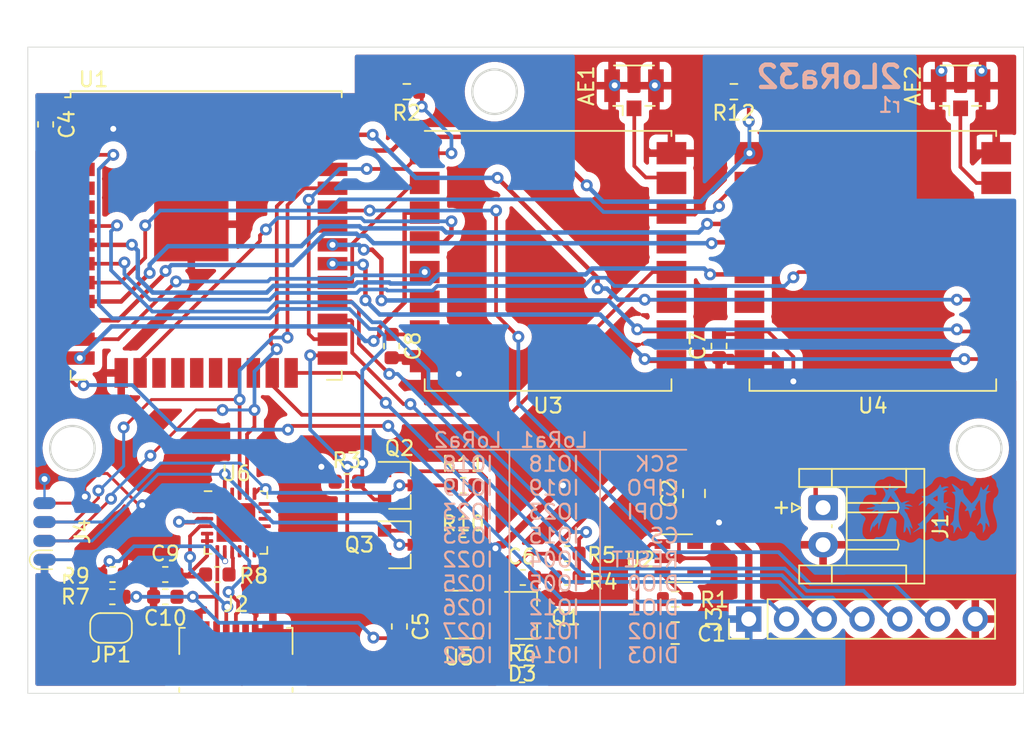
<source format=kicad_pcb>
(kicad_pcb (version 20211014) (generator pcbnew)

  (general
    (thickness 1.6)
  )

  (paper "A4")
  (layers
    (0 "F.Cu" signal)
    (31 "B.Cu" signal)
    (32 "B.Adhes" user "B.Adhesive")
    (33 "F.Adhes" user "F.Adhesive")
    (34 "B.Paste" user)
    (35 "F.Paste" user)
    (36 "B.SilkS" user "B.Silkscreen")
    (37 "F.SilkS" user "F.Silkscreen")
    (38 "B.Mask" user)
    (39 "F.Mask" user)
    (40 "Dwgs.User" user "User.Drawings")
    (41 "Cmts.User" user "User.Comments")
    (42 "Eco1.User" user "User.Eco1")
    (43 "Eco2.User" user "User.Eco2")
    (44 "Edge.Cuts" user)
    (45 "Margin" user)
    (46 "B.CrtYd" user "B.Courtyard")
    (47 "F.CrtYd" user "F.Courtyard")
    (48 "B.Fab" user)
    (49 "F.Fab" user)
  )

  (setup
    (stackup
      (layer "F.SilkS" (type "Top Silk Screen"))
      (layer "F.Paste" (type "Top Solder Paste"))
      (layer "F.Mask" (type "Top Solder Mask") (thickness 0.01))
      (layer "F.Cu" (type "copper") (thickness 0.035))
      (layer "dielectric 1" (type "core") (thickness 1.51) (material "FR4") (epsilon_r 4.5) (loss_tangent 0.02))
      (layer "B.Cu" (type "copper") (thickness 0.035))
      (layer "B.Mask" (type "Bottom Solder Mask") (thickness 0.01))
      (layer "B.Paste" (type "Bottom Solder Paste"))
      (layer "B.SilkS" (type "Bottom Silk Screen"))
      (copper_finish "None")
      (dielectric_constraints no)
    )
    (pad_to_mask_clearance 0.051)
    (solder_mask_min_width 0.25)
    (pcbplotparams
      (layerselection 0x00010fc_ffffffff)
      (disableapertmacros false)
      (usegerberextensions false)
      (usegerberattributes false)
      (usegerberadvancedattributes false)
      (creategerberjobfile false)
      (svguseinch false)
      (svgprecision 6)
      (excludeedgelayer true)
      (plotframeref false)
      (viasonmask false)
      (mode 1)
      (useauxorigin false)
      (hpglpennumber 1)
      (hpglpenspeed 20)
      (hpglpendiameter 15.000000)
      (dxfpolygonmode true)
      (dxfimperialunits true)
      (dxfusepcbnewfont true)
      (psnegative false)
      (psa4output false)
      (plotreference true)
      (plotvalue true)
      (plotinvisibletext false)
      (sketchpadsonfab false)
      (subtractmaskfromsilk false)
      (outputformat 1)
      (mirror false)
      (drillshape 1)
      (scaleselection 1)
      (outputdirectory "")
    )
  )

  (net 0 "")
  (net 1 "GND")
  (net 2 "Net-(AE1-Pad1)")
  (net 3 "Net-(AE2-Pad1)")
  (net 4 "VBUS")
  (net 5 "+3V3")
  (net 6 "VIN")
  (net 7 "VBAT")
  (net 8 "Net-(C9-Pad1)")
  (net 9 "Net-(J2-Pad3)")
  (net 10 "Net-(J2-Pad2)")
  (net 11 "Net-(JP1-Pad2)")
  (net 12 "RTS")
  (net 13 "EN")
  (net 14 "Net-(Q2-Pad1)")
  (net 15 "IO0")
  (net 16 "DTR")
  (net 17 "Net-(Q3-Pad1)")
  (net 18 "Net-(R4-Pad2)")
  (net 19 "Net-(R8-Pad1)")
  (net 20 "LORSCK")
  (net 21 "TX")
  (net 22 "RX")
  (net 23 "Net-(U1-Pad29)")
  (net 24 "Net-(U1-Pad23)")
  (net 25 "Net-(U1-Pad16)")
  (net 26 "Net-(U1-Pad13)")
  (net 27 "Net-(U1-Pad12)")
  (net 28 "Net-(U1-Pad10)")
  (net 29 "Net-(U1-Pad9)")
  (net 30 "Net-(U1-Pad8)")
  (net 31 "unconnected-(J2-Pad4)")
  (net 32 "Net-(R1-Pad1)")
  (net 33 "unconnected-(U1-Pad32)")
  (net 34 "unconnected-(U1-Pad22)")
  (net 35 "unconnected-(U1-Pad21)")
  (net 36 "unconnected-(U1-Pad20)")
  (net 37 "unconnected-(U1-Pad19)")
  (net 38 "unconnected-(U1-Pad18)")
  (net 39 "unconnected-(U1-Pad17)")
  (net 40 "Net-(U1-Pad14)")
  (net 41 "Net-(U1-Pad11)")
  (net 42 "SPARE04")
  (net 43 "unconnected-(U1-Pad5)")
  (net 44 "unconnected-(U1-Pad4)")
  (net 45 "unconnected-(U2-Pad4)")
  (net 46 "unconnected-(U3-Pad13)")
  (net 47 "unconnected-(U3-Pad6)")
  (net 48 "unconnected-(U4-Pad13)")
  (net 49 "unconnected-(U4-Pad6)")
  (net 50 "unconnected-(U6-Pad24)")
  (net 51 "unconnected-(U6-Pad22)")
  (net 52 "unconnected-(U6-Pad18)")
  (net 53 "unconnected-(U6-Pad17)")
  (net 54 "unconnected-(U6-Pad16)")
  (net 55 "unconnected-(U6-Pad15)")
  (net 56 "unconnected-(U6-Pad14)")
  (net 57 "unconnected-(U6-Pad13)")
  (net 58 "unconnected-(U6-Pad12)")
  (net 59 "unconnected-(U6-Pad11)")
  (net 60 "unconnected-(U6-Pad10)")
  (net 61 "unconnected-(U6-Pad1)")
  (net 62 "LORCOPI")
  (net 63 "LORCIPO")
  (net 64 "SPARE03")
  (net 65 "SPARE02")
  (net 66 "SPARE01")
  (net 67 "SPARE00")
  (net 68 "Net-(R2-Pad1)")
  (net 69 "Net-(R12-Pad1)")

  (footprint "RF_Module:ESP32-WROOM-32U" (layer "F.Cu") (at 178 96.675001))

  (footprint "Connector_Coaxial:U.FL_Hirose_U.FL-R-SMT-1_Vertical" (layer "F.Cu") (at 228.75 87.07 90))

  (footprint "Capacitor_SMD:C_0603_1608Metric" (layer "F.Cu") (at 167.2 89.2 -90))

  (footprint "Capacitor_SMD:C_0603_1608Metric" (layer "F.Cu") (at 191 123 -90))

  (footprint "Capacitor_SMD:C_0603_1608Metric" (layer "F.Cu") (at 199.3 119.7 180))

  (footprint "Capacitor_SMD:C_0603_1608Metric" (layer "F.Cu") (at 190.475 104.125 -90))

  (footprint "Capacitor_SMD:C_0603_1608Metric" (layer "F.Cu") (at 175.25 119.5 180))

  (footprint "Capacitor_SMD:C_0603_1608Metric" (layer "F.Cu") (at 199.25 124.75 180))

  (footprint "Connector_JST:JST_EH_S2B-EH_1x02_P2.50mm_Horizontal" (layer "F.Cu") (at 219.5 115 -90))

  (footprint "Package_TO_SOT_SMD:SOT-23" (layer "F.Cu") (at 191 113.5))

  (footprint "Package_TO_SOT_SMD:SOT-23" (layer "F.Cu") (at 191 117.5))

  (footprint "Resistor_SMD:R_0603_1608Metric" (layer "F.Cu") (at 187.4625 113.25))

  (footprint "Resistor_SMD:R_0603_1608Metric" (layer "F.Cu") (at 202.3 119.7))

  (footprint "Resistor_SMD:R_0603_1608Metric" (layer "F.Cu") (at 202.3 118.1 180))

  (footprint "Resistor_SMD:R_0603_1608Metric" (layer "F.Cu") (at 199.25 126.25))

  (footprint "Resistor_SMD:R_0603_1608Metric" (layer "F.Cu") (at 171.6875 121))

  (footprint "Resistor_SMD:R_0603_1608Metric" (layer "F.Cu") (at 178.75 119.5 180))

  (footprint "Resistor_SMD:R_0603_1608Metric" (layer "F.Cu") (at 171.7 119.5 180))

  (footprint "Resistor_SMD:R_0603_1608Metric" (layer "F.Cu") (at 195.2875 117.5))

  (footprint "Resistor_SMD:R_0603_1608Metric" (layer "F.Cu") (at 195.2875 113.5))

  (footprint "loranet2:DRF1276G" (layer "F.Cu") (at 201 98.140001))

  (footprint "loranet2:DRF1276G" (layer "F.Cu") (at 222.844999 98.140001))

  (footprint "Package_DFN_QFN:QFN-24-1EP_4x4mm_P0.5mm_EP2.6x2.6mm" (layer "F.Cu") (at 180 116))

  (footprint "Connector_USB:USB_Micro-B_Molex_47346-0001" (layer "F.Cu") (at 180 124.8))

  (footprint "Capacitor_SMD:C_0603_1608Metric" (layer "F.Cu") (at 212.5 104.1125 90))

  (footprint "Package_TO_SOT_SMD:SOT-23" (layer "F.Cu") (at 199.5 122.25))

  (footprint "Package_TO_SOT_SMD:SOT-23-5" (layer "F.Cu") (at 195 122.2 180))

  (footprint "Connector_Coaxial:U.FL_Hirose_U.FL-R-SMT-1_Vertical" (layer "F.Cu") (at 206.78 87.07 90))

  (footprint "Capacitor_SMD:C_0805_2012Metric" (layer "F.Cu") (at 209.55 123.444))

  (footprint "Capacitor_SMD:C_0805_2012Metric" (layer "F.Cu") (at 210.82 114.046 90))

  (footprint "Resistor_SMD:R_0603_1608Metric" (layer "F.Cu") (at 209.55 121.158 180))

  (footprint "Package_TO_SOT_SMD:SOT-23-5" (layer "F.Cu") (at 209.795001 118.405001))

  (footprint "Capacitor_SMD:C_0603_1608Metric" (layer "F.Cu") (at 175.25 121 180))

  (footprint "Jumper:SolderJumper-2_P1.3mm_Bridged_RoundedPad1.0x1.5mm" (layer "F.Cu") (at 171.6 123.1 180))

  (footprint "Resistor_SMD:R_0603_1608Metric" (layer "F.Cu") (at 213.5 87 180))

  (footprint "Resistor_SMD:R_0603_1608Metric" (layer "F.Cu") (at 191.5 87 180))

  (footprint "Connector_PinHeader_2.54mm:PinHeader_1x07_P2.54mm_Vertical" (layer "F.Cu") (at 214.5 122.5 90))

  (footprint "loranet2:SOIC_clipProgSmall" (layer "F.Cu") (at 166.376 116.602 -90))

  (footprint "loranet2:MRA-2021_10x6mm" (layer "B.Cu")
    (tedit 0) (tstamp 00000000-0000-0000-0000-000060d4245f)
    (at 226.6 116.45 180)
    (property "Sheetfile" "loranet2.kicad_sch")
    (property "Sheetname" "")
    (path "/00000000-0000-0000-0000-000060d48c38")
    (attr through_hole)
    (fp_text reference "H1" (at 0 0) (layer "B.SilkS") hide
      (effects (font (size 1.27 1.27) (thickness 0.15)) (justify mirror))
      (tstamp bfc0aadc-38cf-466e-a642-68fdc3138c78)
    )
    (fp_text value "MountingHole" (at 0 0) (layer "B.SilkS") hide
      (effects (font (size 1.27 1.27) (thickness 0.15)) (justify mirror))
      (tstamp 6441b183-b8f2-458f-a23d-60e2b1f66dd6)
    )
    (fp_poly (pts
        (xy -1.558313 3.04029)
        (xy -1.564778 3.012362)
        (xy -1.593564 2.958042)
        (xy -1.628618 2.897503)
        (xy -1.676306 2.815254)
        (xy -1.727994 2.726186)
        (xy -1.743926 2.69875)
        (xy -1.842272 2.529417)
        (xy -1.704303 2.523158)
        (xy -1.63412 2.517775)
        (xy -1.58444 2.509763)
        (xy -1.566333 2.501182)
        (xy -1.581318 2.480125)
        (xy -1.620043 2.442047)
        (xy -1.659259 2.407789)
        (xy -1.720942 2.348345)
        (xy -1.757562 2.287767)
        (xy -1.778809 2.219127)
        (xy -1.790032 2.139902)
        (xy -1.795319 2.026606)
        (xy -1.794991 1.887038)
        (xy -1.789365 1.728996)
        (xy -1.77876 1.560279)
        (xy -1.763493 1.388684)
        (xy -1.743884 1.22201)
        (xy -1.735742 1.164167)
        (xy -1.719827 1.049489)
        (xy -1.706621 0.941121)
        (xy -1.697386 0.850389)
        (xy -1.693384 0.788622)
        (xy -1.693313 0.783167)
        (xy -1.679638 0.647461)
        (xy -1.635987 0.533109)
        (xy -1.557401 0.427311)
        (xy -1.553983 0.423635)
        (xy -1.497644 0.361601)
        (xy -1.469219 0.323597)
        (xy -1.466483 0.303927)
        (xy -1.487208 0.296894)
        (xy -1.504225 0.296334)
        (xy -1.581972 0.27694)
        (xy -1.641488 0.220331)
        (xy -1.663375 0.178893)
        (xy -1.682831 0.102771)
        (xy -1.69196 0.003496)
        (xy -1.690281 -0.100914)
        (xy -1.677316 -0.192441)
        (xy -1.673644 -0.206514)
        (xy -1.665232 -0.257309)
        (xy -1.676334 -0.274625)
        (xy -1.704224 -0.255423)
        (xy -1.710785 -0.247892)
        (xy -1.730087 -0.216083)
        (xy -1.760114 -0.157333)
        (xy -1.794811 -0.083567)
        (xy -1.799452 -0.073267)
        (xy -1.848749 0.025689)
        (xy -1.897289 0.103347)
        (xy -1.940536 0.153314)
        (xy -1.971698 0.169334)
        (xy -1.991985 0.153722)
        (xy -2.030372 0.112499)
        (xy -2.07978 0.054088)
        (xy -2.133129 -0.013092)
        (xy -2.183341 -0.080618)
        (xy -2.191414 -0.092038)
        (xy -2.219916 -0.125966)
        (xy -2.231189 -0.122224)
        (xy -2.225405 -0.081734)
        (xy -2.202736 -0.005417)
        (xy -2.163352 0.105803)
        (xy -2.146302 0.151096)
        (xy -2.092618 0.305003)
        (xy -2.053991 0.449979)
        (xy -2.028962 0.596714)
        (xy -2.016071 0.755899)
        (xy -2.013858 0.938224)
        (xy -2.018067 1.090084)
        (xy -2.027363 1.246172)
        (xy -2.043486 1.380888)
        (xy -2.069454 1.515022)
        (xy -2.094718 1.618215)
        (xy -2.120635 1.715801)
        (xy -2.143401 1.797561)
        (xy -2.160648 1.855263)
        (xy -2.17001 1.880674)
        (xy -2.170278 1.881)
        (xy -2.194075 1.877282)
        (xy -2.237493 1.846884)
        (xy -2.294202 1.796576)
        (xy -2.357875 1.733125)
        (xy -2.422183 1.663301)
        (xy -2.480799 1.593873)
        (xy -2.527395 1.531609)
        (xy -2.555641 1.483278)
        (xy -2.561167 1.462893)
        (xy -2.549776 1.42417)
        (xy -2.520662 1.367321)
        (xy -2.498052 1.331394)
        (xy -2.462524 1.276498)
        (xy -2.439455 1.236133)
        (xy -2.434552 1.223516)
        (xy -2.452511 1.220774)
        (xy -2.499163 1.229318)
        (xy -2.542632 1.240993)
        (xy -2.606181 1.256004)
        (xy -2.652881 1.259959)
        (xy -2.667672 1.255727)
        (xy -2.679395 1.229386)
        (xy -2.698868 1.170848)
        (xy -2.723327 1.08892)
        (xy -2.748596 0.997708)
        (xy -2.774584 0.90273)
        (xy -2.797304 0.823689)
        (xy -2.814254 0.769031)
        (xy -2.82279 0.747321)
        (xy -2.831657 0.760755)
        (xy -2.844799 0.805596)
        (xy -2.857041 0.860864)
        (xy -2.892058 1.011047)
        (xy -2.931665 1.124)
        (xy -2.97887 1.204798)
        (xy -3.036678 1.258515)
        (xy -3.108096 1.290224)
        (xy -3.112073 1.291321)
        (xy -3.172218 1.312414)
        (xy -3.192545 1.336524)
        (xy -3.175421 1.370209)
        (xy -3.149909 1.396114)
        (xy -3.103651 1.43921)
        (xy -3.195242 1.619847)
        (xy -3.245648 1.711891)
        (xy -3.300634 1.800699)
        (xy -3.350762 1.871352)
        (xy -3.365826 1.889497)
        (xy -3.444818 1.97851)
        (xy -3.457715 1.872964)
        (xy -3.464957 1.803329)
        (xy -3.47401 1.700469)
        (xy -3.484196 1.573416)
        (xy -3.494839 1.431205)
        (xy -3.505261 1.28287)
        (xy -3.514785 1.137445)
        (xy -3.522333 1.011101)
        (xy -3.526449 0.919505)
        (xy -3.524771 0.856223)
        (xy -3.514861 0.807369)
        (xy -3.494285 0.759057)
        (xy -3.470356 0.714767)
        (xy -3.417075 0.616539)
        (xy -3.365587 0.5164)
        (xy -3.319319 0.421658)
        (xy -3.2817 0.33962)
        (xy -3.256158 0.277593)
        (xy -3.246119 0.242885)
        (xy -3.246938 0.238507)
        (xy -3.267079 0.245759)
        (xy -3.308609 0.276244)
        (xy -3.362761 0.323483)
        (xy -3.365896 0.326406)
        (xy -3.422794 0.375238)
        (xy -3.470226 0.408081)
        (xy -3.49814 0.418001)
        (xy -3.498514 0.417891)
        (xy -3.524666 0.396752)
        (xy -3.563257 0.352039)
        (xy -3.58775 0.319082)
        (xy -3.615204 0.278151)
        (xy -3.633306 0.241843)
        (xy -3.64397 0.200053)
        (xy -3.649111 0.142679)
        (xy -3.650643 0.059619)
        (xy -3.650612 -0.012619)
        (xy -3.650696 -0.108022)
        (xy -3.651405 -0.185627)
        (xy -3.652618 -0.237042)
        (xy -3.654082 -0.254)
        (xy -3.665652 -0.237019)
        (xy -3.692636 -0.192002)
        (xy -3.72974 -0.127832)
        (xy -3.739246 -0.111125)
        (xy -3.777599 -0.041334)
        (xy -3.801336 0.012712)
        (xy -3.81384 0.065435)
        (xy -3.818491 0.131259)
        (xy -3.818672 0.224605)
        (xy -3.818647 0.227542)
        (xy -3.819537 0.326598)
        (xy -3.824656 0.388572)
        (xy -3.834654 0.418564)
        (xy -3.843597 0.423334)
        (xy -3.87619 0.406636)
        (xy -3.920183 0.364023)
        (xy -3.966654 0.306714)
        (xy -4.006678 0.24593)
        (xy -4.031332 0.192891)
        (xy -4.033576 0.184466)
        (xy -4.044932 0.143133)
        (xy -4.056289 0.138918)
        (xy -4.069236 0.158274)
        (xy -4.083845 0.220057)
        (xy -4.079168 0.315424)
        (xy -4.055891 0.440634)
        (xy -4.014696 0.591944)
        (xy -3.960246 0.75463)
        (xy -3.919647 0.872097)
        (xy -3.882579 0.988328)
        (xy -3.852618 1.091489)
        (xy -3.833338 1.169746)
        (xy -3.830722 1.183365)
        (xy -3.813282 1.322433)
        (xy -3.805796 1.47418)
        (xy -3.808106 1.624682)
        (xy -3.820056 1.760015)
        (xy -3.83832 1.855139)
        (xy -3.855999 1.943748)
        (xy -3.86863 2.051431)
        (xy -3.8735 2.154995)
        (xy -3.8735 2.155745)
        (xy -3.874304 2.241117)
        (xy -3.879285 2.296604)
        (xy -3.892301 2.334653)
        (xy -3.917206 2.367709)
        (xy -3.949077 2.399695)
        (xy -4.012713 2.453521)
        (xy -4.081429 2.500272)
        (xy -4.102535 2.511839)
        (xy -4.180417 2.550584)
        (xy -3.878521 2.56292)
        (xy -3.939233 2.675013)
        (xy -3.979083 2.754204)
        (xy -4.014264 2.834076)
        (xy -4.041037 2.904828)
        (xy -4.055666 2.956658)
        (xy -4.055238 2.979152)
        (xy -4.025218 2.983607)
        (xy -3.985399 2.961784)
        (xy -3.94931 2.92273)
        (xy -3.937146 2.900185)
        (xy -3.910751 2.856968)
        (xy -3.86607 2.80258)
        (xy -3.811425 2.745067)
        (xy -3.75514 2.692474)
        (xy -3.705535 2.652847)
        (xy -3.670936 2.634231)
        (xy -3.662596 2.634779)
        (xy -3.64168 2.65904)
        (xy -3.609153 2.708367)
        (xy -3.583254 2.752404)
        (xy -3.549124 2.809399)
        (xy -3.522214 2.84756)
        (xy -3.51108 2.857479)
        (xy -3.500083 2.838757)
        (xy -3.487927 2.791615)
        (xy -3.483621 2.767542)
        (xy -3.464942 2.682506)
        (xy -3.433917 2.574891)
        (xy -3.39487 2.45693)
        (xy -3.352122 2.340855)
        (xy -3.309997 2.238899)
        (xy -3.272815 2.163296)
        (xy -3.266184 2.152144)
        (xy -3.224868 2.092707)
        (xy -3.168854 2.021227)
        (xy -3.104656 1.944951)
        (xy -3.038789 1.871125)
        (xy -2.977765 1.806992)
        (xy -2.9281 1.7598)
        (xy -2.896309 1.736793)
        (xy -2.891739 1.735667)
        (xy -2.862294 1.751288)
        (xy -2.82575 1.789348)
        (xy -2.822315 1.793875)
        (xy -2.791733 1.832402)
        (xy -2.740403 1.894214)
        (xy -2.675497 1.970775)
        (xy -2.604515 2.053167)
        (xy -2.501453 2.175808)
        (xy -2.425615 2.277156)
        (xy -2.373197 2.364716)
        (xy -2.340393 2.445993)
        (xy -2.323401 2.528494)
        (xy -2.318421 2.617576)
        (xy -2.317311 2.699049)
        (xy -2.310384 2.741208)
        (xy -2.290895 2.747027)
        (xy -2.252095 2.719478)
        (xy -2.19755 2.670835)
        (xy -2.140849 2.619636)
        (xy -2.037589 2.722693)
        (xy -1.976359 2.778441)
        (xy -1.899475 2.840732)
        (xy -1.815208 2.903771)
        (xy -1.73183 2.961765)
        (xy -1.657614 3.008921)
        (xy -1.60083 3.039445)
        (xy -1.573125 3.048)
        (xy -1.558313 3.04029)
      ) (layer "B.Cu") (width 0.01) (fill solid) (tstamp 08a7c925-7fae-4530-b0c9-120e185cb318))
    (fp_poly (pts
        (xy 2.617647 3.023614)
        (xy 2.631609 2.974592)
        (xy 2.635504 2.950012)
        (xy 2.658609 2.813046)
        (xy 2.686259 2.716405)
        (xy 2.72114 2.658121)
        (xy 2.765939 2.636228)
        (xy 2.823344 2.648757)
        (xy 2.89604 2.693741)
        (xy 2.938965 2.727791)
        (xy 3.022266 2.794403)
        (xy 3.07655 2.830305)
        (xy 3.102496 2.834958)
        (xy 3.100781 2.807823)
        (xy 3.072083 2.748363)
        (xy 3.021121 2.662532)
        (xy 2.950978 2.540619)
        (xy 2.90925 2.440602)
        (xy 2.895749 2.353171)
        (xy 2.910284 2.269014)
        (xy 2.952665 2.178822)
        (xy 3.009487 2.091811)
        (xy 3.065145 2.003871)
        (xy 3.117459 1.906062)
        (xy 3.152408 1.826278)
        (xy 3.181697 1.754696)
        (xy 3.210285 1.697935)
        (xy 3.230163 1.670302)
        (xy 3.25302 1.662369)
        (xy 3.294815 1.664938)
        (xy 3.361716 1.67912)
        (xy 3.459889 1.706022)
        (xy 3.508285 1.720291)
        (xy 3.64563 1.760748)
        (xy 3.747453 1.789175)
        (xy 3.818512 1.806574)
        (xy 3.863561 1.813952)
        (xy 3.887355 1.812312)
        (xy 3.894649 1.80266)
        (xy 3.894667 1.801926)
        (xy 3.877193 1.773628)
        (xy 3.830655 1.73304)
        (xy 3.763873 1.686757)
        (xy 3.68567 1.641374)
        (xy 3.667125 1.631821)
        (xy 3.614278 1.601629)
        (xy 3.581928 1.57611)
        (xy 3.577167 1.567629)
        (xy 3.596248 1.550205)
        (xy 3.646785 1.527644)
        (xy 3.718712 1.503078)
        (xy 3.801967 1.479639)
        (xy 3.886486 1.460456)
        (xy 3.958167 1.449095)
        (xy 4.050039 1.433957)
        (xy 4.120805 1.41265)
        (xy 4.162332 1.388103)
        (xy 4.169833 1.372854)
        (xy 4.149942 1.366289)
        (xy 4.095365 1.360018)
        (xy 4.01375 1.354643)
        (xy 3.912745 1.350766)
        (xy 3.879186 1.349973)
        (xy 3.588539 1.344084)
        (xy 3.696208 1.27505)
        (xy 3.771702 1.22261)
        (xy 3.830342 1.174132)
        (xy 3.865739 1.135553)
        (xy 3.871506 1.112809)
        (xy 3.87117 1.112448)
        (xy 3.849541 1.117227)
        (xy 3.799393 1.137729)
        (xy 3.729749 1.170117)
        (xy 3.694179 1.187685)
        (xy 3.591153 1.235267)
        (xy 3.513963 1.260472)
        (xy 3.454313 1.265964)
        (xy 3.451199 1.265733)
        (xy 3.407249 1.260128)
        (xy 3.384252 1.245361)
        (xy 3.374266 1.210107)
        (xy 3.369728 1.149533)
        (xy 3.370818 1.076893)
        (xy 3.385591 1.008653)
        (xy 3.417865 0.937009)
        (xy 3.471461 0.854156)
        (xy 3.550196 0.752291)
        (xy 3.584584 0.71048)
        (xy 3.728586 0.520118)
        (xy 3.833796 0.341363)
        (xy 3.901344 0.171747)
        (xy 3.932364 0.008802)
        (xy 3.934806 -0.052916)
        (xy 3.934374 -0.201083)
        (xy 3.893315 -0.116416)
        (xy 3.863492 -0.053673)
        (xy 3.824644 0.029704)
        (xy 3.785138 0.115751)
        (xy 3.784835 0.116417)
        (xy 3.717412 0.264584)
        (xy 3.704842 0.179917)
        (xy 3.696165 0.128825)
        (xy 3.688664 0.115505)
        (xy 3.678339 0.135717)
        (xy 3.674185 0.147417)
        (xy 3.65116 0.185638)
        (xy 3.605418 0.242418)
        (xy 3.565508 0.28575)
        (xy 3.683 0.28575)
        (xy 3.693583 0.275167)
        (xy 3.704167 0.28575)
        (xy 3.693583 0.296334)
        (xy 3.683 0.28575)
        (xy 3.565508 0.28575)
        (xy 3.545361 0.307623)
        (xy 3.521382 0.331672)
        (xy 3.386667 0.463761)
        (xy 3.386667 0.221297)
        (xy 3.384896 0.113278)
        (xy 3.379882 0.033824)
        (xy 3.372074 -0.011926)
        (xy 3.3655 -0.021166)
        (xy 3.349657 -0.003033)
        (xy 3.344333 0.032382)
        (xy 3.338156 0.071115)
        (xy 3.321171 0.141378)
        (xy 3.295695 0.234453)
        (xy 3.264048 0.341624)
        (xy 3.250043 0.386924)
        (xy 3.211853 0.509313)
        (xy 3.173666 0.632518)
        (xy 3.139434 0.743742)
        (xy 3.113106 0.830188)
        (xy 3.108786 0.844547)
        (xy 3.061153 0.978116)
        (xy 3.004176 1.082078)
        (xy 2.932073 1.160414)
        (xy 2.83906 1.217103)
        (xy 2.719353 1.256128)
        (xy 2.567168 1.281468)
        (xy 2.459175 1.29166)
        (xy 2.325013 1.30023)
        (xy 2.225255 1.301158)
        (xy 2.152344 1.292408)
        (xy 2.098724 1.271941)
        (xy 2.056838 1.237719)
        (xy 2.01913 1.187706)
        (xy 2.007906 1.169972)
        (xy 1.970447 1.117133)
        (xy 1.913995 1.04651)
        (xy 1.848877 0.970855)
        (xy 1.827853 0.94762)
        (xy 1.760794 0.867787)
        (xy 1.703182 0.786939)
        (xy 1.664581 0.718754)
        (xy 1.659745 0.707217)
        (xy 1.647029 0.671449)
        (xy 1.63836 0.636748)
        (xy 1.633728 0.596216)
        (xy 1.633124 0.542951)
        (xy 1.636538 0.470054)
        (xy 1.643962 0.370623)
        (xy 1.655384 0.237759)
        (xy 1.659044 0.196485)
        (xy 1.669774 0.068843)
        (xy 1.678077 -0.043958)
        (xy 1.683564 -0.135302)
        (xy 1.685845 -0.198574)
        (xy 1.684529 -0.227158)
        (xy 1.684086 -0.227969)
        (xy 1.661328 -0.224692)
        (xy 1.625216 -0.195944)
        (xy 1.585848 -0.1515)
        (xy 1.553583 -0.101642)
        (xy 1.531229 -0.038282)
        (xy 1.523711 0.014824)
        (xy 1.5186 0.079123)
        (xy 1.510303 0.123068)
        (xy 1.500947 0.148939)
        (xy 1.488036 0.149959)
        (xy 1.46461 0.122134)
        (xy 1.436483 0.080735)
        (xy 1.399728 0.018308)
        (xy 1.358698 -0.06232)
        (xy 1.318243 -0.150104)
        (xy 1.283215 -0.234001)
        (xy 1.258463 -0.302965)
        (xy 1.248838 -0.345954)
        (xy 1.248833 -0.346529)
        (xy 1.235525 -0.383834)
        (xy 1.226107 -0.392546)
        (xy 1.214819 -0.383698)
        (xy 1.209385 -0.338011)
        (xy 1.209609 -0.253253)
        (xy 1.210777 -0.219171)
        (xy 1.22218 -0.082286)
        (xy 1.245685 0.026286)
        (xy 1.264944 0.079375)
        (xy 1.289938 0.148106)
        (xy 1.292102 0.182463)
        (xy 1.270754 0.182584)
        (xy 1.225209 0.148606)
        (xy 1.171965 0.098036)
        (xy 1.124543 0.054793)
        (xy 1.09119 0.032359)
        (xy 1.0795 0.034898)
        (xy 1.087162 0.07741)
        (xy 1.108031 0.150217)
        (xy 1.138931 0.24458)
        (xy 1.176687 0.351762)
        (xy 1.218123 0.463022)
        (xy 1.260062 0.569623)
        (xy 1.29933 0.662823)
        (xy 1.33275 0.733886)
        (xy 1.335276 0.738734)
        (xy 1.373876 0.817631)
        (xy 1.402895 0.887673)
        (xy 1.417386 0.936568)
        (xy 1.418167 0.944713)
        (xy 1.431548 0.990971)
        (xy 1.464923 1.046805)
        (xy 1.477724 1.062889)
        (xy 1.561855 1.168881)
        (xy 1.612314 1.251342)
        (xy 1.629809 1.311439)
        (xy 1.629833 1.313334)
        (xy 1.627789 1.336674)
        (xy 1.615929 1.349934)
        (xy 1.585659 1.354931)
        (xy 1.528388 1.353479)
        (xy 1.4605 1.34911)
        (xy 1.382003 1.345762)
        (xy 1.32283 1.347109)
        (xy 1.292937 1.352791)
        (xy 1.291167 1.355227)
        (xy 1.308966 1.381805)
        (xy 1.354915 1.416792)
        (xy 1.417844 1.452919)
        (xy 1.48658 1.482914)
        (xy 1.488297 1.48353)
        (xy 1.546448 1.509311)
        (xy 1.588517 1.536807)
        (xy 1.593932 1.542335)
        (xy 1.59523 1.555057)
        (xy 1.570991 1.56197)
        (xy 1.517859 1.562996)
        (xy 1.432478 1.558056)
        (xy 1.311494 1.547072)
        (xy 1.17475 1.532548)
        (xy 1.068917 1.520829)
        (xy 1.179206 1.596498)
        (xy 1.237107 1.634298)
        (xy 1.284368 1.656836)
        (xy 1.335706 1.668036)
        (xy 1.405832 1.671822)
        (xy 1.462945 1.672167)
        (xy 1.547801 1.672533)
        (xy 1.596939 1.67504)
        (xy 1.616976 1.681804)
        (xy 1.614529 1.694941)
        (xy 1.597465 1.715184)
        (xy 1.531444 1.771896)
        (xy 1.530146 1.772709)
        (xy 2.201412 1.772709)
        (xy 2.22036 1.763109)
        (xy 2.268649 1.756518)
        (xy 2.301875 1.755022)
        (xy 2.368976 1.751278)
        (xy 2.46176 1.742837)
        (xy 2.564041 1.731249)
        (xy 2.6035 1.726146)
        (xy 2.715417 1.711262)
        (xy 2.79205 1.701815)
        (xy 2.840045 1.697409)
        (xy 2.866048 1.697645)
        (xy 2.876704 1.702127)
        (xy 2.878667 1.709678)
        (xy 2.866335 1.734631)
        (xy 2.83524 1.778452)
        (xy 2.818441 1.799636)
        (xy 2.777586 1.857862)
        (xy 2.730691 1.936794)
        (xy 2.692148 2.010834)
        (xy 2.65064 2.090607)
        (xy 2.607048 2.163979)
        (xy 2.573217 2.211917)
        (xy 2.520356 2.275417)
        (xy 2.519594 2.212728)
        (xy 2.510473 2.169024)
        (xy 2.480141 2.121142)
        (xy 2.42252 2.06011)
        (xy 2.404903 2.043395)
        (xy 2.336093 1.973295)
        (xy 2.275055 1.9009)
        (xy 2.228664 1.835353)
        (xy 2.203794 1.785799)
        (xy 2.201412 1.772709)
        (xy 1.530146 1.772709)
        (xy 1.440713 1.828711)
        (xy 1.341629 1.875463)
        (xy 1.335992 1.877644)
        (xy 1.300073 1.892101)
        (xy 1.290074 1.899927)
        (xy 1.310471 1.902074)
        (xy 1.365738 1.899489)
        (xy 1.421523 1.895788)
        (xy 1.542632 1.880919)
        (xy 1.638536 1.852705)
        (xy 1.683967 1.831351)
        (xy 1.745268 1.801226)
        (xy 1.79355 1.781881)
        (xy 1.81071 1.778)
        (xy 1.84631 1.795833)
        (xy 1.894505 1.84442)
        (xy 1.949482 1.916396)
        (xy 2.005425 2.004395)
        (xy 2.04127 2.070059)
        (xy 2.087962 2.157244)
        (xy 2.146574 2.260473)
        (xy 2.205992 2.360272)
        (xy 2.218114 2.379907)
        (xy 2.32268 2.547897)
        (xy 2.20129 2.626354)
        (xy 2.133205 2.674325)
        (xy 2.075945 2.721672)
        (xy 2.044741 2.754698)
        (xy 2.022408 2.790439)
        (xy 2.029276 2.805233)
        (xy 2.061754 2.811149)
        (xy 2.108232 2.80836)
        (xy 2.179009 2.79467)
        (xy 2.255109 2.774108)
        (xy 2.342083 2.751281)
        (xy 2.427206 2.735496)
        (xy 2.484021 2.730503)
        (xy 2.57175 2.730506)
        (xy 2.573296 2.868574)
        (xy 2.578051 2.95397)
        (xy 2.588564 3.010287)
        (xy 2.602531 3.034507)
        (xy 2.617647 3.023614)
      ) (layer "B.Cu") (width 0.01) (fill solid) (tstamp 5528bcad-2950-4673-90eb-c37e6952c475))
    (fp_poly (pts
        (xy -0.766927 2.988489)
        (xy -0.737465 2.943923)
        (xy -0.709493 2.894542)
        (xy -0.670534 2.826151)
        (xy -0.629762 2.76762)
        (xy -0.580673 2.712555)
        (xy -0.516765 2.654561)
        (xy -0.431533 2.587244)
        (xy -0.318474 2.50421)
        (xy -0.296333 2.488296)
        (xy -0.178287 2.403613)
        (xy -0.088159 2.34004)
        (xy -0.019196 2.294395)
        (xy 0.035354 2.263496)
        (xy 0.082245 2.244161)
        (xy 0.128229 2.23321)
        (xy 0.180058 2.22746)
        (xy 0.244486 2.223729)
        (xy 0.267793 2.2225)
        (xy 0.463395 2.211917)
        (xy 0.337927 2.106084)
        (xy 0.27864 2.054775)
        (xy 0.234556 2.014147)
        (xy 0.213537 1.991512)
        (xy 0.212789 1.989667)
        (xy 0.230796 1.976636)
        (xy 0.278398 1.951287)
        (xy 0.34646 1.918395)
        (xy 0.369959 1.907561)
        (xy 0.455243 1.865778)
        (xy 0.514071 1.827168)
        (xy 0.559943 1.780915)
        (xy 0.603604 1.720363)
        (xy 0.641148 1.660068)
        (xy 0.664885 1.614506)
        (xy 0.669705 1.593983)
        (xy 0.648839 1.600457)
        (xy 0.602018 1.626805)
        (xy 0.537612 1.668126)
        (xy 0.504126 1.690991)
        (xy 0.403789 1.755225)
        (xy 0.320306 1.797638)
        (xy 0.257845 1.816816)
        (xy 0.220577 1.811347)
        (xy 0.211667 1.790116)
        (xy 0.216188 1.752467)
        (xy 0.228057 1.687549)
        (xy 0.244727 1.609253)
        (xy 0.24514 1.607434)
        (xy 0.260632 1.531011)
        (xy 0.269657 1.469477)
        (xy 0.270365 1.435604)
        (xy 0.270148 1.434862)
        (xy 0.25595 1.439577)
        (xy 0.225226 1.473826)
        (xy 0.183538 1.531028)
        (xy 0.163981 1.560493)
        (xy 0.11394 1.632975)
        (xy 0.067001 1.692578)
        (xy 0.031344 1.729151)
        (xy 0.02409 1.734103)
        (xy -0.022048 1.746063)
        (xy -0.06402 1.738795)
        (xy -0.084473 1.715711)
        (xy -0.084667 1.712712)
        (xy -0.100943 1.693475)
        (xy -0.144755 1.656597)
        (xy -0.208579 1.608164)
        (xy -0.255227 1.574772)
        (xy -0.425787 1.455257)
        (xy -0.376935 1.403038)
        (xy -0.332194 1.361059)
        (xy -0.269378 1.30894)
        (xy -0.225247 1.275173)
        (xy -0.15711 1.216291)
        (xy -0.084206 1.139908)
        (xy -0.032494 1.075954)
        (xy 0.012109 1.019382)
        (xy 0.079231 0.940229)
        (xy 0.161969 0.846356)
        (xy 0.253421 0.745621)
        (xy 0.326291 0.667417)
        (xy 0.427529 0.56142)
        (xy 0.505537 0.483227)
        (xy 0.564957 0.428779)
        (xy 0.610433 0.394019)
        (xy 0.646608 0.374888)
        (xy 0.667996 0.368787)
        (xy 0.716293 0.356531)
        (xy 0.740259 0.344186)
        (xy 0.740833 0.342496)
        (xy 0.72727 0.321405)
        (xy 0.692588 0.281316)
        (xy 0.665381 0.252598)
        (xy 0.589928 0.175328)
        (xy 0.659344 0.105912)
        (xy 0.708954 0.060643)
        (xy 0.779844 0.001296)
        (xy 0.859027 -0.061356)
        (xy 0.882963 -0.079566)
        (xy 0.96073 -0.140553)
        (xy 1.011082 -0.184976)
        (xy 1.032921 -0.210743)
        (xy 1.025146 -0.215766)
        (xy 0.986657 -0.197952)
        (xy 0.926042 -0.16143)
        (xy 0.791386 -0.080612)
        (xy 0.677518 -0.024323)
        (xy 0.574524 0.012055)
        (xy 0.530558 0.022846)
        (xy 0.460289 0.034558)
        (xy 0.411996 0.031325)
        (xy 0.367551 0.011762)
        (xy 0.364849 0.01018)
        (xy 0.30763 -0.035965)
        (xy 0.256216 -0.09786)
        (xy 0.221066 -0.161061)
        (xy 0.211667 -0.201334)
        (xy 0.204651 -0.226445)
        (xy 0.19259 -0.221191)
        (xy 0.185063 -0.193651)
        (xy 0.177714 -0.132155)
        (xy 0.171273 -0.045079)
        (xy 0.166468 0.059204)
        (xy 0.165548 0.089169)
        (xy 0.157582 0.379422)
        (xy 0.041749 0.492029)
        (xy -0.030401 0.570266)
        (xy -0.102365 0.661302)
        (xy -0.151612 0.734403)
        (xy -0.213844 0.823298)
        (xy -0.294891 0.909125)
        (xy -0.404542 1.002243)
        (xy -0.4053 1.002839)
        (xy -0.478991 1.058037)
        (xy -0.541081 1.099312)
        (xy -0.584008 1.121954)
        (xy -0.599292 1.123675)
        (xy -0.620346 1.08239)
        (xy -0.63808 1.010174)
        (xy -0.650428 0.918411)
        (xy -0.655323 0.818485)
        (xy -0.655334 0.814917)
        (xy -0.651293 0.739231)
        (xy -0.636407 0.666401)
        (xy -0.606876 0.581928)
        (xy -0.574187 0.505249)
        (xy -0.530924 0.414082)
        (xy -0.485641 0.328403)
        (xy -0.44597 0.262356)
        (xy -0.43398 0.245381)
        (xy -0.401316 0.197353)
        (xy -0.385912 0.163971)
        (xy -0.386581 0.156698)
        (xy -0.410488 0.158551)
        (xy -0.457756 0.176462)
        (xy -0.483939 0.189024)
        (xy -0.539063 0.215397)
        (xy -0.578226 0.230964)
        (xy -0.586532 0.232754)
        (xy -0.603508 0.214905)
        (xy -0.628779 0.169284)
        (xy -0.645583 0.132213)
        (xy -0.670307 0.056546)
        (xy -0.683725 -0.032331)
        (xy -0.687912 -0.148423)
        (xy -0.687917 -0.153432)
        (xy -0.689035 -0.235999)
        (xy -0.692024 -0.299542)
        (xy -0.696337 -0.3345)
        (xy -0.6985 -0.338362)
        (xy -0.712179 -0.320618)
        (xy -0.737411 -0.274573)
        (xy -0.765656 -0.21668)
        (xy -0.806996 -0.101815)
        (xy -0.833462 0.024763)
        (xy -0.836334 0.049512)
        (xy -0.850571 0.150126)
        (xy -0.873859 0.214522)
        (xy -0.912361 0.248717)
        (xy -0.972237 0.258729)
        (xy -1.044425 0.252735)
        (xy -1.126264 0.235296)
        (xy -1.202895 0.208739)
        (xy -1.235251 0.192354)
        (xy -1.284436 0.164178)
        (xy -1.317917 0.14901)
        (xy -1.322303 0.148167)
        (xy -1.316349 0.162722)
        (xy -1.28741 0.201735)
        (xy -1.240851 0.258224)
        (xy -1.212465 0.291042)
        (xy -1.087069 0.433917)
        (xy -1.039732 0.814917)
        (xy -1.023905 0.940538)
        (xy -1.009159 1.054349)
        (xy -0.996533 1.148555)
        (xy -0.987071 1.215362)
        (xy -0.982203 1.245231)
        (xy -0.979941 1.280412)
        (xy -1.002007 1.28509)
        (xy -1.020465 1.280332)
        (xy -1.060748 1.262248)
        (xy -1.123808 1.227144)
        (xy -1.197472 1.181884)
        (xy -1.213809 1.1713)
        (xy -1.281994 1.129044)
        (xy -1.3363 1.099798)
        (xy -1.367654 1.088297)
        (xy -1.371333 1.089111)
        (xy -1.36346 1.108646)
        (xy -1.330968 1.148421)
        (xy -1.280622 1.200264)
        (xy -1.274065 1.206562)
        (xy -1.204546 1.280504)
        (xy -1.169589 1.337557)
        (xy -1.164167 1.364775)
        (xy -1.167755 1.397051)
        (xy -1.18591 1.412723)
        (xy -1.229722 1.41765)
        (xy -1.264708 1.417916)
        (xy -1.346004 1.411783)
        (xy -1.438814 1.39649)
        (xy -1.481667 1.386417)
        (xy -1.56906 1.364371)
        (xy -1.620909 1.35553)
        (xy -1.641895 1.359897)
        (xy -1.636695 1.377477)
        (xy -1.629711 1.386565)
        (xy -1.598096 1.407122)
        (xy -1.536994 1.434042)
        (xy -1.457752 1.462519)
        (xy -1.428966 1.471618)
        (xy -1.30902 1.514451)
        (xy -1.230033 1.557586)
        (xy -1.190633 1.601893)
        (xy -1.185333 1.626148)
        (xy -1.198593 1.654507)
        (xy -1.232745 1.701393)
        (xy -1.264708 1.738975)
        (xy -1.302786 1.782056)
        (xy -1.320316 1.807998)
        (xy -1.312978 1.818049)
        (xy -1.276452 1.813455)
        (xy -1.206417 1.795464)
        (xy -1.136568 1.775967)
        (xy -1.073832 1.760416)
        (xy -1.038543 1.759171)
        (xy -1.018212 1.772502)
        (xy -1.013691 1.778597)
        (xy -1.006227 1.812042)
        (xy -1.0026 1.877921)
        (xy -1.00238 1.966548)
        (xy -1.004645 2.049973)
        (xy -0.613433 2.049973)
        (xy -0.611161 1.977293)
        (xy -0.60607 1.920154)
        (xy -0.600519 1.894932)
        (xy -0.587719 1.875239)
        (xy -0.565818 1.871912)
        (xy -0.528416 1.887413)
        (xy -0.469115 1.924201)
        (xy -0.399139 1.972339)
        (xy -0.33405 2.020262)
        (xy -0.300267 2.052321)
        (xy -0.29277 2.074382)
        (xy -0.300762 2.087306)
        (xy -0.332948 2.11217)
        (xy -0.387018 2.147963)
        (xy -0.451667 2.187905)
        (xy -0.515587 2.225212)
        (xy -0.567473 2.253103)
        (xy -0.596018 2.264795)
        (xy -0.596713 2.264834)
        (xy -0.604526 2.245624)
        (xy -0.609997 2.195701)
        (xy -0.613005 2.12663)
        (xy -0.613433 2.049973)
        (xy -1.004645 2.049973)
        (xy -1.005142 2.068239)
        (xy -1.010458 2.17331)
        (xy -1.017899 2.272075)
        (xy -1.027038 2.35485)
        (xy -1.037449 2.411949)
        (xy -1.04229 2.426375)
        (xy -1.074536 2.465215)
        (xy -1.12969 2.505662)
        (xy -1.156839 2.52041)
        (xy -1.221333 2.556837)
        (xy -1.245569 2.583875)
        (xy -1.229319 2.60094)
        (xy -1.190625 2.606835)
        (xy -1.132033 2.609596)
        (xy -1.089461 2.608584)
        (xy -1.039721 2.602633)
        (xy -1.005417 2.597517)
        (xy -0.92075 2.584671)
        (xy -0.994833 2.648589)
        (xy -1.084569 2.715686)
        (xy -1.174788 2.765312)
        (xy -1.253719 2.79146)
        (xy -1.27974 2.794)
        (xy -1.319941 2.799721)
        (xy -1.3335 2.810934)
        (xy -1.314775 2.846019)
        (xy -1.26494 2.868524)
        (xy -1.193508 2.877785)
        (xy -1.109993 2.873136)
        (xy -1.023906 2.853912)
        (xy -0.976647 2.835869)
        (xy -0.907724 2.806487)
        (xy -0.86837 2.796596)
        (xy -0.850661 2.806031)
        (xy -0.846667 2.833175)
        (xy -0.840112 2.880789)
        (xy -0.824178 2.935686)
        (xy -0.804464 2.982344)
        (xy -0.786567 3.005241)
        (xy -0.78446 3.005667)
        (xy -0.766927 2.988489)
      ) (layer "B.Cu") (width 0.01) (fill solid) (tstamp 7edc9030-db7b-43ac-a1b3-b87eeacb4c2d))
    (fp_poly (pts
        (xy -0.766927 2.988489)
        (xy -0.737465 2.943923)
        (xy -0.709493 2.894542)
        (xy -0.670534 2.826151)
        (xy -0.629762 2.76762)
        (xy -0.580673 2.712555)
        (xy -0.516765 2.654561)
        (xy -0.431533 2.587244)
        (xy -0.318474 2.50421)
        (xy -0.296333 2.488296)
        (xy -0.178287 2.403613)
        (xy -0.088159 2.34004)
        (xy -0.019196 2.294395)
        (xy 0.035354 2.263496)
        (xy 0.082245 2.244161)
        (xy 0.128229 2.23321)
        (xy 0.180058 2.22746)
        (xy 0.244486 2.223729)
        (xy 0.267793 2.2225)
        (xy 0.463395 2.211917)
        (xy 0.337927 2.106084)
        (xy 0.27864 2.054775)
        (xy 0.234556 2.014147)
        (xy 0.213537 1.991512)
        (xy 0.212789 1.989667)
        (xy 0.230796 1.976636)
        (xy 0.278398 1.951287)
        (xy 0.34646 1.918395)
        (xy 0.369959 1.907561)
        (xy 0.455243 1.865778)
        (xy 0.514071 1.827168)
        (xy 0.559943 1.780915)
        (xy 0.603604 1.720363)
        (xy 0.641148 1.660068)
        (xy 0.664885 1.614506)
        (xy 0.669705 1.593983)
        (xy 0.648839 1.600457)
        (xy 0.602018 1.626805)
        (xy 0.537612 1.668126)
        (xy 0.504126 1.690991)
        (xy 0.403789 1.755225)
        (xy 0.320306 1.797638)
        (xy 0.257845 1.816816)
        (xy 0.220577 1.811347)
        (xy 0.211667 1.790116)
        (xy 0.216188 1.752467)
        (xy 0.228057 1.687549)
        (xy 0.244727 1.609253)
        (xy 0.24514 1.607434)
        (xy 0.260632 1.531011)
        (xy 0.269657 1.469477)
        (xy 0.270365 1.435604)
        (xy 0.270148 1.434862)
        (xy 0.25595 1.439577)
        (xy 0.225226 1.473826)
        (xy 0.183538 1.531028)
        (xy 0.163981 1.560493)
        (xy 0.11394 1.632975)
        (xy 0.067001 1.692578)
        (xy 0.031344 1.729151)
        (xy 0.02409 1.734103)
        (xy -0.022048 1.746063)
        (xy -0.06402 1.738795)
        (xy -0.084473 1.715711)
        (xy -0.084667 1.712712)
        (xy -0.100943 1.693475)
        (xy -0.144755 1.656597)
        (xy -0.208579 1.608164)
        (xy -0.255227 1.574772)
        (xy -0.425787 1.455257)
        (xy -0.376935 1.403038)
        (xy -0.332194 1.361059)
        (xy -0.269378 1.30894)
        (xy -0.225247 1.275173)
        (xy -0.15711 1.216291)
        (xy -0.084206 1.139908)
        (xy -0.032494 1.075954)
        (xy 0.012109 1.019382)
        (xy 0.079231 0.940229)
        (xy 0.161969 0.846356)
        (xy 0.253421 0.745621)
        (xy 0.326291 0.667417)
        (xy 0.427529 0.56142)
        (xy 0.505537 0.483227)
        (xy 0.564957 0.428779)
        (xy 0.610433 0.394019)
        (xy 0.646608 0.374888)
        (xy 0.667996 0.368787)
        (xy 0.716293 0.356531)
        (xy 0.740259 0.344186)
        (xy 0.740833 0.342496)
        (xy 0.72727 0.321405)
        (xy 0.692588 0.281316)
        (xy 0.665381 0.252598)
        (xy 0.589928 0.175328)
        (xy 0.659344 0.105912)
        (xy 0.708954 0.060643)
        (xy 0.779844 0.001296)
        (xy 0.859027 -0.061356)
        (xy 0.882963 -0.079566)
        (xy 0.96073 -0.140553)
        (xy 1.011082 -0.184976)
        (xy 1.032921 -0.210743)
        (xy 1.025146 -0.215766)
        (xy 0.986657 -0.197952)
        (xy 0.926042 -0.16143)
        (xy 0.791386 -0.080612)
        (xy 0.677518 -0.024323)
        (xy 0.574524 0.012055)
        (xy 0.530558 0.022846)
        (xy 0.460289 0.034558)
        (xy 0.411996 0.031325)
        (xy 0.367551 0.011762)
        (xy 0.364849 0.01018)
        (xy 0.30763 -0.035965)
        (xy 0.256216 -0.09786)
        (xy 0.221066 -0.161061)
        (xy 0.211667 -0.201334)
        (xy 0.204651 -0.226445)
        (xy 0.19259 -0.221191)
        (xy 0.185063 -0.193651)
        (xy 0.177714 -0.132155)
        (xy 0.171273 -0.045079)
        (xy 0.166468 0.059204)
        (xy 0.165548 0.089169)
        (xy 0.157582 0.379422)
        (xy 0.041749 0.492029)
        (xy -0.030401 0.570266)
        (xy -0.102365 0.661302)
        (xy -0.151612 0.734403)
        (xy -0.213844 0.823298)
        (xy -0.294891 0.909125)
        (xy -0.404542 1.002243)
        (xy -0.4053 1.002839)
        (xy -0.478991 1.058037)
        (xy -0.541081 1.099312)
        (xy -0.584008 1.121954)
        (xy -0.599292 1.123675)
        (xy -0.620346 1.08239)
        (xy -0.63808 1.010174)
        (xy -0.650428 0.918411)
        (xy -0.655323 0.818485)
        (xy -0.655334 0.814917)
        (xy -0.651293 0.739231)
        (xy -0.636407 0.666401)
        (xy -0.606876 0.581928)
        (xy -0.574187 0.505249)
        (xy -0.530924 0.414082)
        (xy -0.485641 0.328403)
        (xy -0.44597 0.262356)
        (xy -0.43398 0.245381)
        (xy -0.401316 0.197353)
        (xy -0.385912 0.163971)
        (xy -0.386581 0.156698)
        (xy -0.410488 0.158551)
        (xy -0.457756 0.176462)
        (xy -0.483939 0.189024)
        (xy -0.539063 0.215397)
        (xy -0.578226 0.230964)
        (xy -0.586532 0.232754)
        (xy -0.603508 0.214905)
        (xy -0.628779 0.169284)
        (xy -0.645583 0.132213)
        (xy -0.670307 0.056546)
        (xy -0.683725 -0.032331)
        (xy -0.687912 -0.148423)
        (xy -0.687917 -0.153432)
        (xy -0.689035 -0.235999)
        (xy -0.692024 -0.299542)
        (xy -0.696337 -0.3345)
        (xy -0.6985 -0.338362)
        (xy -0.712179 -0.320618)
        (xy -0.737411 -0.274573)
        (xy -0.765656 -0.21668)
        (xy -0.806996 -0.101815)
        (xy -0.833462 0.024763)
        (xy -0.836334 0.049512)
        (xy -0.850571 0.150126)
        (xy -0.873859 0.214522)
        (xy -0.912361 0.248717)
        (xy -0.972237 0.258729)
        (xy -1.044425 0.252735)
        (xy -1.126264 0.235296)
        (xy -1.202895 0.208739)
        (xy -1.235251 0.192354)
        (xy -1.284436 0.164178)
        (xy -1.317917 0.14901)
        (xy -1.322303 0.148167)
        (xy -1.316349 0.162722)
        (xy -1.28741 0.201735)
        (xy -1.240851 0.258224)
        (xy -1.212465 0.291042)
        (xy -1.087069 0.433917)
        (xy -1.039732 0.814917)
        (xy -1.023905 0.940538)
        (xy -1.009159 1.054349)
        (xy -0.996533 1.148555)
        (xy -0.987071 1.215362)
        (xy -0.982203 1.245231)
        (xy -0.979941 1.280412)
        (xy -1.002007 1.28509)
        (xy -1.020465 1.280332)
        (xy -1.060748 1.262248)
        (xy -1.123808 1.227144)
        (xy -1.197472 1.181884)
        (xy -1.213809 1.1713)
        (xy -1.281994 1.129044)
        (xy -1.3363 1.099798)
        (xy -1.367654 1.088297)
        (xy -1.371333 1.089111)
        (xy -1.36346 1.108646)
        (xy -1.330968 1.148421)
        (xy -1.280622 1.200264)
        (xy -1.274065 1.206562)
        (xy -1.204546 1.280504)
        (xy -1.169589 1.337557)
        (xy -1.164167 1.364775)
        (xy -1.167755 1.397051)
        (xy -1.18591 1.412723)
        (xy -1.229722 1.41765)
        (xy -1.264708 1.417916)
        (xy -1.346004 1.411783)
        (xy -1.438814 1.39649)
        (xy -1.481667 1.386417)
        (xy -1.56906 1.364371)
        (xy -1.620909 1.35553)
        (xy -1.641895 1.359897)
        (xy -1.636695 1.377477)
        (xy -1.629711 1.386565)
        (xy -1.598096 1.407122)
        (xy -1.536994 1.434042)
        (xy -1.457752 1.462519)
        (xy -1.428966 1.471618)
        (xy -1.30902 1.514451)
        (xy -1.230033 1.557586)
        (xy -1.190633 1.601893)
        (xy -1.185333 1.626148)
        (xy -1.198593 1.654507)
        (xy -1.232745 1.701393)
        (xy -1.264708 1.738975)
        (xy -1.302786 1.782056)
        (xy -1.320316 1.807998)
        (xy -1.312978 1.818049)
        (xy -1.276452 1.813455)
        (xy -1.206417 1.795464)
        (xy -1.136568 1.775967)
        (xy -1.073832 1.760416)
        (xy -1.038543 1.759171)
        (xy -1.018212 1.772502)
        (xy -1.013691 1.778597)
        (xy -1.006227 1.812042)
        (xy -1.0026 1.877921)
        (xy -1.00238 1.966548)
        (xy -1.005142 2.068239)
        (xy -1.0081 2.126708)
        (xy -0.613231 2.126708)
        (xy -0.613227 2.050153)
        (xy -0.610812 1.977642)
        (xy -0.605944 1.920751)
        (xy -0.600519 1.894932)
        (xy -0.587649 1.875197)
        (xy -0.565606 1.871945)
        (xy -0.527971 1.88763)
        (xy -0.468329 1.924705)
        (xy -0.400454 1.971417)
        (xy -0.341212 2.01629)
        (xy -0.300699 2.053453)
        (xy -0.28681 2.075558)
        (xy -0.287252 2.076764)
        (xy -0.309665 2.095367)
        (xy -0.35777 2.127634)
        (xy -0.420607 2.166959)
        (xy -0.487217 2.206732)
        (xy -0.546641 2.240346)
        (xy -0.587918 2.261195)
        (xy -0.59919 2.264834)
        (xy -0.60617 2.245627)
        (xy -0.610865 2.195725)
        (xy -0.613231 2.126708)
        (xy -1.0081 2.126708)
        (xy -1.010458 2.17331)
        (xy -1.017899 2.272075)
        (xy -1.027038 2.35485)
        (xy -1.037449 2.411949)
        (xy -1.04229 2.426375)
        (xy -1.074536 2.465215)
        (xy -1.12969 2.505662)
        (xy -1.156839 2.52041)
        (xy -1.221333 2.556837)
        (xy -1.245569 2.583875)
        (xy -1.229319 2.60094)
        (xy -1.190625 2.606835)
        (xy -1.132033 2.609596)
        (xy -1.089461 2.608584)
        (xy -1.039721 2.602633)
        (xy -1.005417 2.597517)
        (xy -0.92075 2.584671)
        (xy -0.994833 2.648589)
        (xy -1.084569 2.715686)
        (xy -1.174788 2.765312)
        (xy -1.253719 2.79146)
        (xy -1.27974 2.794)
        (xy -1.319941 2.799721)
        (xy -1.3335 2.810934)
        (xy -1.314775 2.846019)
        (xy -1.26494 2.868524)
        (xy -1.193508 2.877785)
        (xy -1.109993 2.873136)
        (xy -1.023906 2.853912)
        (xy -0.976647 2.835869)
        (xy -0.907724 2.806487)
        (xy -0.86837 2.796596)
        (xy -0.850661 2.806031)
        (xy -0.846667 2.833175)
        (xy -0.840112 2.880789)
        (xy -0.824178 2.935686)
        (xy -0.804464 2.982344)
        (xy -0.786567 3.005241)
        (xy -0.78446 3.005667)
        (xy -0.766927 2.988489)
      ) (layer "B.Mask") (width 0.01) (fill solid) (tstamp 2d6db888-4e40-41c8-b701-07170fc894bc))
    (fp_poly (pts
        (xy -1.926167 -2.264833)
        (xy -3.273454 -2.264833)
        (xy -3.323167 -2.31775)
        (xy -3.372879 -2.370666)
        (xy -1.926167 -2.370666)
        (xy -1.926167 -3.048)
        (xy -5.005689 -3.048)
        (xy -4.265083 -2.307166)
        (xy -3.524477 -1.566333)
        (xy -2.6035 -1.566333)
        (xy -2.6035 -1.4605)
        (xy -4.868333 -1.4605)
        (xy -4.868333 -0.783166)
        (xy -1.926167 -0.783166)
        (xy -1.926167 -2.264833)
      ) (layer "B.Mask") (width 0.01) (fill solid) (tstamp 31e08896-1992-4725-96d9-9d2728bca7a3))
    (fp_poly (pts
        (xy 2.617647 3.023614)
        (xy 2.631609 2.974592)
        (xy 2.635504 2.950012)
        (xy 2.658609 2.813046)
        (xy 2.686259 2.716405)
        (xy 2.72114 2.658121)
        (xy 2.765939 2.636228)
        (xy 2.823344 2.648757)
        (xy 2.89604 2.693741)
        (xy 2.938965 2.727791)
        (xy 3.022266 2.794403)
        (xy 3.07655 2.830305)
        (xy 3.102496 2.834958)
        (xy 3.100781 2.807823)
        (xy 3.072083 2.748363)
        (xy 3.021121 2.662532)
        (xy 2.950978 2.540619)
        (xy 2.90925 2.440602)
        (xy 2.895749 2.353171)
        (xy 2.910284 2.269014)
        (xy 2.952665 2.178822)
        (xy 3.009487 2.091811)
        (xy 3.065145 2.003871)
        (xy 3.117459 1.906062)
        (xy 3.152408 1.826278)
        (xy 3.181697 1.754696)
        (xy 3.210285 1.697935)
        (xy 3.230163 1.670302)
        (xy 3.25302 1.662369)
        (xy 3.294815 1.664938)
        (xy 3.361716 1.67912)
        (xy 3.459889 1.706022)
        (xy 3.508285 1.720291)
        (xy 3.64563 1.760748)
        (xy 3.747453 1.789175)
        (xy 3.818512 1.806574)
        (xy 3.863561 1.813952)
        (xy 3.887355 1.812312)
        (xy 3.894649 1.80266)
        (xy 3.894667 1.801926)
        (xy 3.877193 1.773628)
        (xy 3.830655 1.73304)
        (xy 3.763873 1.686757)
        (xy 3.68567 1.641374)
        (xy 3.667125 1.631821)
        (xy 3.614278 1.601629)
        (xy 3.581928 1.57611)
        (xy 3.577167 1.567629)
        (xy 3.596248 1.550205)
        (xy 3.646785 1.527644)
        (xy 3.718712 1.503078)
        (xy 3.801967 1.479639)
        (xy 3.886486 1.460456)
        (xy 3.958167 1.449095)
        (xy 4.050039 1.433957)
        (xy 4.120805 1.41265)
        (xy 4.162332 1.388103)
        (xy 4.169833 1.372854)
        (xy 4.149942 1.366289)
        (xy 4.095365 1.360018)
        (xy 4.01375 1.354643)
        (xy 3.912745 1.350766)
        (xy 3.879186 1.349973)
        (xy 3.588539 1.344084)
        (xy 3.696208 1.27505)
        (xy 3.771702 1.22261)
        (xy 3.830342 1.174132)
        (xy 3.865739 1.135553)
        (xy 3.871506 1.112809)
        (xy 3.87117 1.112448)
        (xy 3.849541 1.117227)
        (xy 3.799393 1.137729)
        (xy 3.729749 1.170117)
        (xy 3.694179 1.187685)
        (xy 3.591153 1.235267)
        (xy 3.513963 1.260472)
        (xy 3.454313 1.265964)
        (xy 3.451199 1.265733)
        (xy 3.407249 1.260128)
        (xy 3.384252 1.245361)
        (xy 3.374266 1.210107)
        (xy 3.369728 1.149533)
        (xy 3.370818 1.076893)
        (xy 3.385591 1.008653)
        (xy 3.417865 0.937009)
        (xy 3.4
... [613341 chars truncated]
</source>
